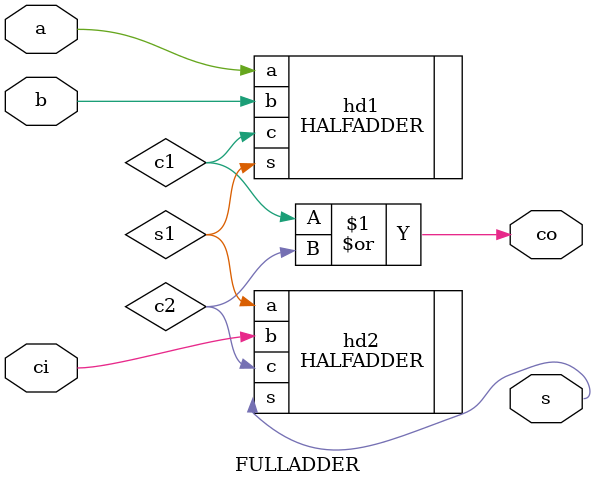
<source format=v>
`timescale 1ns / 1ps
module FULLADDER(
    input a,
    input b,
    input ci,
    output s,
    output co
);
    wire s1,c1,c2;
    HALFADDER hd1(
        .a(a),
        .b(b),
        .s(s1),
        .c(c1)
    );
    HALFADDER hd2(
        .a(s1),
        .b(ci),
        .s(s),
        .c(c2)
    );
    assign co=c1|c2;
endmodule
</source>
